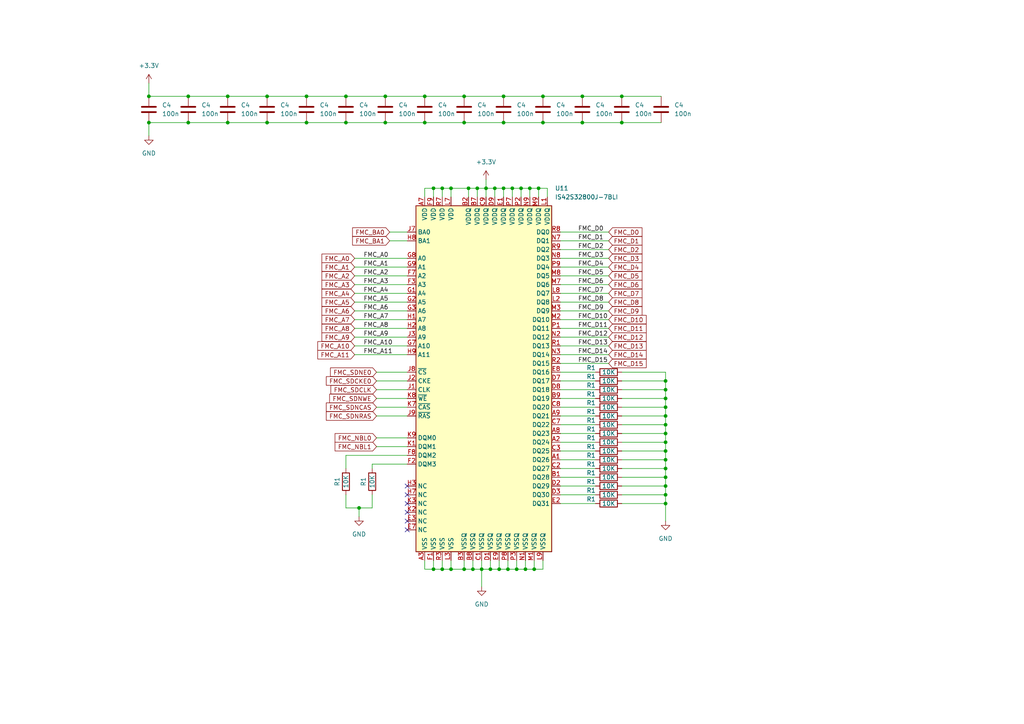
<source format=kicad_sch>
(kicad_sch (version 20230121) (generator eeschema)
  (paper "A4")
  (lib_symbols
    (symbol "Device:C" (pin_numbers hide) (pin_names (offset 0.254))
      (property "Reference" "C" (at 0.635 2.54 0))
      (property "Value" "C" (at 0.635 -2.54 0))
      (symbol "C_0_1"
        (polyline (pts (xy -2.032 -0.762) (xy 2.032 -0.762)) (stroke (width 0.508)))
        (polyline (pts (xy -2.032 0.762) (xy 2.032 0.762)) (stroke (width 0.508)))
      )
      (symbol "C_1_1"
        (pin passive line (at 0 3.81 270) (length 2.794) (name "~") (number "1"))
        (pin passive line (at 0 -3.81 90) (length 2.794) (name "~") (number "2"))
      )
    )
    (symbol "Device:R" (pin_numbers hide) (pin_names (offset 0))
      (property "Reference" "R" (at 2.032 0 90))
      (property "Value" "R" (at 0 0 90))
      (symbol "R_0_1"
        (rectangle (start -1.016 -2.54) (end 1.016 2.54) (stroke (width 0.254)))
      )
      (symbol "R_1_1"
        (pin passive line (at 0 3.81 270) (length 1.27) (name "~") (number "1"))
        (pin passive line (at 0 -3.81 90) (length 1.27) (name "~") (number "2"))
      )
    )
    (symbol "Memory_RAM:IS42S32800J-7BLI"
      (property "Reference" "U" (at -11.43 35.56 0))
      (property "Value" "IS42S32800J-7BLI" (at 1.27 45.72 0))
      (symbol "IS42S32800J-7BLI_1_1"
        (rectangle (start -10.16 33.02) (end 29.21 -67.31) (stroke (width 0.254)) (fill (type background)))
        (pin bidirectional line (at 31.75 -40.64 180) (length 2.54) (name "DQ26") (number "A1"))
        (pin bidirectional line (at 31.75 -35.56 180) (length 2.54) (name "DQ24") (number "A2"))
        (pin input line (at -7.62 -69.85 90) (length 2.54) (name "VSS") (number "A3"))
        (pin input line (at -7.62 35.56 270) (length 2.54) (name "VDD") (number "A7"))
        (pin bidirectional line (at 31.75 -33.02 180) (length 2.54) (name "DQ23") (number "A8"))
        (pin bidirectional line (at 31.75 -27.94 180) (length 2.54) (name "DQ21") (number "A9"))
        (pin bidirectional line (at 31.75 -45.72 180) (length 2.54) (name "DQ28") (number "B1"))
        (pin input line (at 5.08 35.56 270) (length 2.54) (name "VDDQ") (number "B2"))
        (pin input line (at 3.81 -69.85 90) (length 2.54) (name "VSSQ") (number "B3"))
        (pin input line (at 7.62 35.56 270) (length 2.54) (name "VDDQ") (number "B7"))
        (pin input line (at 6.35 -69.85 90) (length 2.54) (name "VSSQ") (number "B8"))
        (pin bidirectional line (at 31.75 -22.86 180) (length 2.54) (name "DQ19") (number "B9"))
        (pin input line (at 8.89 -69.85 90) (length 2.54) (name "VSSQ") (number "C1"))
        (pin bidirectional line (at 31.75 -43.18 180) (length 2.54) (name "DQ27") (number "C2"))
        (pin bidirectional line (at 31.75 -38.1 180) (length 2.54) (name "DQ25") (number "C3"))
        (pin bidirectional line (at 31.75 -30.48 180) (length 2.54) (name "DQ22") (number "C7"))
        (pin bidirectional line (at 31.75 -25.4 180) (length 2.54) (name "DQ20") (number "C8"))
        (pin input line (at 10.16 35.56 270) (length 2.54) (name "VDDQ") (number "C9"))
        (pin input line (at 11.43 -69.85 90) (length 2.54) (name "VSSQ") (number "D1"))
        (pin bidirectional line (at 31.75 -48.26 180) (length 2.54) (name "DQ29") (number "D2"))
        (pin bidirectional line (at 31.75 -50.8 180) (length 2.54) (name "DQ30") (number "D3"))
        (pin bidirectional line (at 31.75 -17.78 180) (length 2.54) (name "DQ17") (number "D7"))
        (pin bidirectional line (at 31.75 -20.32 180) (length 2.54) (name "DQ18") (number "D8"))
        (pin input line (at 12.7 35.56 270) (length 2.54) (name "VDDQ") (number "D9"))
        (pin input line (at 15.24 35.56 270) (length 2.54) (name "VDDQ") (number "E1"))
        (pin bidirectional line (at 31.75 -53.34 180) (length 2.54) (name "DQ31") (number "E2"))
        (pin input line (at -12.7 -58.42 0) (length 2.54) (name "NC") (number "E3"))
        (pin input line (at -12.7 -60.96 0) (length 2.54) (name "NC") (number "E7"))
        (pin bidirectional line (at 31.75 -15.24 180) (length 2.54) (name "DQ16") (number "E8"))
        (pin input line (at 13.97 -69.85 90) (length 2.54) (name "VSSQ") (number "E9"))
        (pin input line (at -5.08 -69.85 90) (length 2.54) (name "VSS") (number "F1"))
        (pin input line (at -12.7 -41.91 0) (length 2.54) (name "DQM3") (number "F2"))
        (pin input line (at -12.7 10.16 0) (length 2.54) (name "A3") (number "F3"))
        (pin input line (at -12.7 12.7 0) (length 2.54) (name "A2") (number "F7"))
        (pin input line (at -12.7 -39.37 0) (length 2.54) (name "DQM2") (number "F8"))
        (pin input line (at -5.08 35.56 270) (length 2.54) (name "VDD") (number "F9"))
        (pin input line (at -12.7 7.62 0) (length 2.54) (name "A4") (number "G1"))
        (pin input line (at -12.7 5.08 0) (length 2.54) (name "A5") (number "G2"))
        (pin input line (at -12.7 2.54 0) (length 2.54) (name "A6") (number "G3"))
        (pin input line (at -12.7 -7.62 0) (length 2.54) (name "A10") (number "G7"))
        (pin input line (at -12.7 17.78 0) (length 2.54) (name "A0") (number "G8"))
        (pin input line (at -12.7 15.24 0) (length 2.54) (name "A1") (number "G9"))
        (pin input line (at -12.7 0 0) (length 2.54) (name "A7") (number "H1"))
        (pin input line (at -12.7 -2.54 0) (length 2.54) (name "A8") (number "H2"))
        (pin input line (at -12.7 -48.26 0) (length 2.54) (name "NC") (number "H3"))
        (pin input line (at -12.7 -50.8 0) (length 2.54) (name "NC") (number "H7"))
        (pin input line (at -12.7 22.86 0) (length 2.54) (name "BA1") (number "H8"))
        (pin input line (at -12.7 -10.16 0) (length 2.54) (name "A11") (number "H9"))
        (pin input line (at -12.7 -20.32 0) (length 2.54) (name "CLK") (number "J1"))
        (pin input line (at -12.7 -17.78 0) (length 2.54) (name "CKE") (number "J2"))
        (pin input line (at -12.7 -5.08 0) (length 2.54) (name "A9") (number "J3"))
        (pin input line (at -12.7 25.4 0) (length 2.54) (name "BA0") (number "J7"))
        (pin input line (at -12.7 -15.24 0) (length 2.54) (name "~{CS}") (number "J8"))
        (pin input line (at -12.7 -27.94 0) (length 2.54) (name "~{RAS}") (number "J9"))
        (pin input line (at -12.7 -36.83 0) (length 2.54) (name "DQM1") (number "K1"))
        (pin input line (at -12.7 -55.88 0) (length 2.54) (name "NC") (number "K2"))
        (pin input line (at -12.7 -53.34 0) (length 2.54) (name "NC") (number "K3"))
        (pin input line (at -12.7 -25.4 0) (length 2.54) (name "~{CAS}") (number "K7"))
        (pin input line (at -12.7 -22.86 0) (length 2.54) (name "~{WE}") (number "K8"))
        (pin input line (at -12.7 -34.29 0) (length 2.54) (name "DQM0") (number "K9"))
        (pin input line (at 27.94 35.56 270) (length 2.54) (name "VDDQ") (number "L1"))
        (pin bidirectional line (at 31.75 5.08 180) (length 2.54) (name "DQ8") (number "L2"))
        (pin input line (at 0 -69.85 90) (length 2.54) (name "VSS") (number "L3"))
        (pin input line (at 0 35.56 270) (length 2.54) (name "VDD") (number "L7"))
        (pin bidirectional line (at 31.75 7.62 180) (length 2.54) (name "DQ7") (number "L8"))
        (pin input line (at 26.67 -69.85 90) (length 2.54) (name "VSSQ") (number "L9"))
        (pin input line (at 24.13 -69.85 90) (length 2.54) (name "VSSQ") (number "M1"))
        (pin bidirectional line (at 31.75 0 180) (length 2.54) (name "DQ10") (number "M2"))
        (pin bidirectional line (at 31.75 2.54 180) (length 2.54) (name "DQ9") (number "M3"))
        (pin bidirectional line (at 31.75 10.16 180) (length 2.54) (name "DQ6") (number "M7"))
        (pin bidirectional line (at 31.75 12.7 180) (length 2.54) (name "DQ5") (number "M8"))
        (pin input line (at 25.4 35.56 270) (length 2.54) (name "VDDQ") (number "M9"))
        (pin input line (at 21.59 -69.85 90) (length 2.54) (name "VSSQ") (number "N1"))
        (pin bidirectional line (at 31.75 -5.08 180) (length 2.54) (name "DQ12") (number "N2"))
        (pin bidirectional line (at 31.75 -10.16 180) (length 2.54) (name "DQ14") (number "N3"))
        (pin bidirectional line (at 31.75 22.86 180) (length 2.54) (name "DQ1") (number "N7"))
        (pin bidirectional line (at 31.75 17.78 180) (length 2.54) (name "DQ3") (number "N8"))
        (pin input line (at 22.86 35.56 270) (length 2.54) (name "VDDQ") (number "N9"))
        (pin bidirectional line (at 31.75 -2.54 180) (length 2.54) (name "DQ11") (number "P1"))
        (pin input line (at 20.32 35.56 270) (length 2.54) (name "VDDQ") (number "P2"))
        (pin input line (at 19.05 -69.85 90) (length 2.54) (name "VSSQ") (number "P3"))
        (pin input line (at 17.78 35.56 270) (length 2.54) (name "VDDQ") (number "P7"))
        (pin input line (at 16.51 -69.85 90) (length 2.54) (name "VSSQ") (number "P8"))
        (pin bidirectional line (at 31.75 15.24 180) (length 2.54) (name "DQ4") (number "P9"))
        (pin bidirectional line (at 31.75 -7.62 180) (length 2.54) (name "DQ13") (number "R1"))
        (pin bidirectional line (at 31.75 -12.7 180) (length 2.54) (name "DQ15") (number "R2"))
        (pin input line (at -2.54 -69.85 90) (length 2.54) (name "VSS") (number "R3"))
        (pin input line (at -2.54 35.56 270) (length 2.54) (name "VDD") (number "R7"))
        (pin bidirectional line (at 31.75 25.4 180) (length 2.54) (name "DQ0") (number "R8"))
        (pin bidirectional line (at 31.75 20.32 180) (length 2.54) (name "DQ2") (number "R9"))
      )
    )
    (symbol "power:+3.3V" (power) (pin_names (offset 0))
      (property "Value" "+3.3V" (at 0 3.556 0))
      (symbol "+3.3V_0_1"
        (polyline (pts (xy -0.762 1.27) (xy 0 2.54)))
        (polyline (pts (xy 0 0) (xy 0 2.54)))
        (polyline (pts (xy 0 2.54) (xy 0.762 1.27)))
      )
      (symbol "+3.3V_1_1"
        (pin power_in line (at 0 0 90) (length 0) hide (name "+3.3V") (number "1"))
      )
    )
    (symbol "power:GND" (power) (pin_names (offset 0))
      (property "Value" "GND" (at 0 -3.81 0))
      (symbol "GND_0_1"
        (polyline (pts (xy 0 0) (xy 0 -1.27) (xy 1.27 -1.27) (xy 0 -2.54) (xy -1.27 -1.27) (xy 0 -1.27)))
      )
      (symbol "GND_1_1"
        (pin power_in line (at 0 0 270) (length 0) hide (name "GND") (number "1"))
      )
    )
  )
  (junction (at 111.76 27.94))
  (junction (at 128.27 165.1))
  (junction (at 168.91 35.56))
  (junction (at 130.81 165.1))
  (junction (at 146.05 35.56))
  (junction (at 193.04 138.43))
  (junction (at 193.04 133.35))
  (junction (at 193.04 125.73))
  (junction (at 134.62 27.94))
  (junction (at 88.9 35.56))
  (junction (at 152.4 165.1))
  (junction (at 134.62 165.1))
  (junction (at 125.73 165.1))
  (junction (at 123.19 35.56))
  (junction (at 66.04 35.56))
  (junction (at 143.51 54.61))
  (junction (at 193.04 115.57))
  (junction (at 77.47 35.56))
  (junction (at 153.67 54.61))
  (junction (at 154.94 165.1))
  (junction (at 193.04 123.19))
  (junction (at 137.16 165.1))
  (junction (at 193.04 128.27))
  (junction (at 104.14 147.32))
  (junction (at 139.7 165.1))
  (junction (at 157.48 27.94))
  (junction (at 140.97 54.61))
  (junction (at 100.33 35.56))
  (junction (at 147.32 165.1))
  (junction (at 125.73 54.61))
  (junction (at 100.33 27.94))
  (junction (at 138.43 54.61))
  (junction (at 123.19 27.94))
  (junction (at 111.76 35.56))
  (junction (at 193.04 110.49))
  (junction (at 43.18 27.94))
  (junction (at 43.18 35.56))
  (junction (at 193.04 146.05))
  (junction (at 146.05 54.61))
  (junction (at 180.34 35.56))
  (junction (at 77.47 27.94))
  (junction (at 54.61 35.56))
  (junction (at 134.62 35.56))
  (junction (at 148.59 54.61))
  (junction (at 146.05 27.94))
  (junction (at 135.89 54.61))
  (junction (at 193.04 113.03))
  (junction (at 193.04 143.51))
  (junction (at 156.21 54.61))
  (junction (at 168.91 27.94))
  (junction (at 193.04 118.11))
  (junction (at 128.27 54.61))
  (junction (at 54.61 27.94))
  (junction (at 180.34 27.94))
  (junction (at 151.13 54.61))
  (junction (at 193.04 130.81))
  (junction (at 149.86 165.1))
  (junction (at 157.48 35.56))
  (junction (at 193.04 120.65))
  (junction (at 130.81 54.61))
  (junction (at 193.04 135.89))
  (junction (at 142.24 165.1))
  (junction (at 88.9 27.94))
  (junction (at 66.04 27.94))
  (junction (at 144.78 165.1))
  (junction (at 193.04 140.97))
  (no_connect (at 118.11 143.51))
  (no_connect (at 118.11 153.67))
  (no_connect (at 118.11 140.97))
  (no_connect (at 118.11 148.59))
  (no_connect (at 118.11 151.13))
  (no_connect (at 118.11 146.05))
  (wire (pts (xy 104.14 147.32) (xy 104.14 149.86)))
  (wire (pts (xy 193.04 118.11) (xy 193.04 120.65)))
  (wire (pts (xy 77.47 27.94) (xy 88.9 27.94)))
  (wire (pts (xy 146.05 54.61) (xy 143.51 54.61)))
  (wire (pts (xy 128.27 165.1) (xy 125.73 165.1)))
  (wire (pts (xy 193.04 107.95) (xy 193.04 110.49)))
  (wire (pts (xy 180.34 133.35) (xy 193.04 133.35)))
  (wire (pts (xy 180.34 118.11) (xy 193.04 118.11)))
  (wire (pts (xy 109.22 113.03) (xy 118.11 113.03)))
  (wire (pts (xy 180.34 110.49) (xy 193.04 110.49)))
  (wire (pts (xy 162.56 140.97) (xy 172.72 140.97)))
  (wire (pts (xy 162.56 125.73) (xy 172.72 125.73)))
  (wire (pts (xy 157.48 165.1) (xy 154.94 165.1)))
  (wire (pts (xy 109.22 127) (xy 118.11 127)))
  (wire (pts (xy 109.22 110.49) (xy 118.11 110.49)))
  (wire (pts (xy 130.81 162.56) (xy 130.81 165.1)))
  (wire (pts (xy 193.04 123.19) (xy 193.04 125.73)))
  (wire (pts (xy 135.89 54.61) (xy 130.81 54.61)))
  (wire (pts (xy 109.22 115.57) (xy 118.11 115.57)))
  (wire (pts (xy 43.18 27.94) (xy 54.61 27.94)))
  (wire (pts (xy 142.24 165.1) (xy 139.7 165.1)))
  (wire (pts (xy 162.56 133.35) (xy 172.72 133.35)))
  (wire (pts (xy 193.04 130.81) (xy 193.04 133.35)))
  (wire (pts (xy 151.13 54.61) (xy 148.59 54.61)))
  (wire (pts (xy 193.04 140.97) (xy 193.04 143.51)))
  (wire (pts (xy 193.04 133.35) (xy 193.04 135.89)))
  (wire (pts (xy 138.43 57.15) (xy 138.43 54.61)))
  (wire (pts (xy 107.95 147.32) (xy 107.95 143.51)))
  (wire (pts (xy 180.34 140.97) (xy 193.04 140.97)))
  (wire (pts (xy 193.04 125.73) (xy 193.04 128.27)))
  (wire (pts (xy 193.04 146.05) (xy 193.04 151.13)))
  (wire (pts (xy 43.18 35.56) (xy 43.18 39.37)))
  (wire (pts (xy 137.16 162.56) (xy 137.16 165.1)))
  (wire (pts (xy 54.61 35.56) (xy 66.04 35.56)))
  (wire (pts (xy 162.56 120.65) (xy 172.72 120.65)))
  (wire (pts (xy 134.62 162.56) (xy 134.62 165.1)))
  (wire (pts (xy 102.87 80.01) (xy 118.11 80.01)))
  (wire (pts (xy 113.03 67.31) (xy 118.11 67.31)))
  (wire (pts (xy 180.34 123.19) (xy 193.04 123.19)))
  (wire (pts (xy 152.4 165.1) (xy 149.86 165.1)))
  (wire (pts (xy 162.56 74.93) (xy 176.53 74.93)))
  (wire (pts (xy 100.33 27.94) (xy 111.76 27.94)))
  (wire (pts (xy 162.56 102.87) (xy 176.53 102.87)))
  (wire (pts (xy 102.87 82.55) (xy 118.11 82.55)))
  (wire (pts (xy 180.34 107.95) (xy 193.04 107.95)))
  (wire (pts (xy 135.89 57.15) (xy 135.89 54.61)))
  (wire (pts (xy 144.78 165.1) (xy 142.24 165.1)))
  (wire (pts (xy 180.34 120.65) (xy 193.04 120.65)))
  (wire (pts (xy 147.32 165.1) (xy 144.78 165.1)))
  (wire (pts (xy 149.86 162.56) (xy 149.86 165.1)))
  (wire (pts (xy 140.97 52.07) (xy 140.97 54.61)))
  (wire (pts (xy 77.47 35.56) (xy 88.9 35.56)))
  (wire (pts (xy 111.76 27.94) (xy 123.19 27.94)))
  (wire (pts (xy 162.56 69.85) (xy 176.53 69.85)))
  (wire (pts (xy 193.04 115.57) (xy 193.04 118.11)))
  (wire (pts (xy 100.33 132.08) (xy 100.33 135.89)))
  (wire (pts (xy 102.87 102.87) (xy 118.11 102.87)))
  (wire (pts (xy 180.34 135.89) (xy 193.04 135.89)))
  (wire (pts (xy 139.7 165.1) (xy 139.7 170.18)))
  (wire (pts (xy 88.9 35.56) (xy 100.33 35.56)))
  (wire (pts (xy 153.67 57.15) (xy 153.67 54.61)))
  (wire (pts (xy 162.56 107.95) (xy 172.72 107.95)))
  (wire (pts (xy 162.56 113.03) (xy 172.72 113.03)))
  (wire (pts (xy 123.19 54.61) (xy 125.73 54.61)))
  (wire (pts (xy 102.87 87.63) (xy 118.11 87.63)))
  (wire (pts (xy 100.33 147.32) (xy 104.14 147.32)))
  (wire (pts (xy 168.91 27.94) (xy 180.34 27.94)))
  (wire (pts (xy 162.56 82.55) (xy 176.53 82.55)))
  (wire (pts (xy 109.22 107.95) (xy 118.11 107.95)))
  (wire (pts (xy 102.87 92.71) (xy 118.11 92.71)))
  (wire (pts (xy 66.04 27.94) (xy 77.47 27.94)))
  (wire (pts (xy 154.94 165.1) (xy 152.4 165.1)))
  (wire (pts (xy 152.4 162.56) (xy 152.4 165.1)))
  (wire (pts (xy 153.67 54.61) (xy 151.13 54.61)))
  (wire (pts (xy 154.94 162.56) (xy 154.94 165.1)))
  (wire (pts (xy 118.11 132.08) (xy 100.33 132.08)))
  (wire (pts (xy 137.16 165.1) (xy 134.62 165.1)))
  (wire (pts (xy 158.75 57.15) (xy 158.75 54.61)))
  (wire (pts (xy 146.05 57.15) (xy 146.05 54.61)))
  (wire (pts (xy 144.78 162.56) (xy 144.78 165.1)))
  (wire (pts (xy 111.76 35.56) (xy 123.19 35.56)))
  (wire (pts (xy 180.34 125.73) (xy 193.04 125.73)))
  (wire (pts (xy 162.56 135.89) (xy 172.72 135.89)))
  (wire (pts (xy 193.04 120.65) (xy 193.04 123.19)))
  (wire (pts (xy 162.56 130.81) (xy 172.72 130.81)))
  (wire (pts (xy 193.04 113.03) (xy 193.04 115.57)))
  (wire (pts (xy 102.87 100.33) (xy 118.11 100.33)))
  (wire (pts (xy 180.34 128.27) (xy 193.04 128.27)))
  (wire (pts (xy 148.59 57.15) (xy 148.59 54.61)))
  (wire (pts (xy 139.7 165.1) (xy 137.16 165.1)))
  (wire (pts (xy 180.34 115.57) (xy 193.04 115.57)))
  (wire (pts (xy 162.56 146.05) (xy 172.72 146.05)))
  (wire (pts (xy 102.87 74.93) (xy 118.11 74.93)))
  (wire (pts (xy 140.97 54.61) (xy 138.43 54.61)))
  (wire (pts (xy 123.19 165.1) (xy 125.73 165.1)))
  (wire (pts (xy 180.34 35.56) (xy 191.77 35.56)))
  (wire (pts (xy 134.62 165.1) (xy 130.81 165.1)))
  (wire (pts (xy 162.56 100.33) (xy 176.53 100.33)))
  (wire (pts (xy 156.21 54.61) (xy 153.67 54.61)))
  (wire (pts (xy 162.56 138.43) (xy 172.72 138.43)))
  (wire (pts (xy 162.56 92.71) (xy 176.53 92.71)))
  (wire (pts (xy 100.33 143.51) (xy 100.33 147.32)))
  (wire (pts (xy 162.56 67.31) (xy 176.53 67.31)))
  (wire (pts (xy 130.81 165.1) (xy 128.27 165.1)))
  (wire (pts (xy 180.34 138.43) (xy 193.04 138.43)))
  (wire (pts (xy 143.51 57.15) (xy 143.51 54.61)))
  (wire (pts (xy 180.34 143.51) (xy 193.04 143.51)))
  (wire (pts (xy 66.04 35.56) (xy 77.47 35.56)))
  (wire (pts (xy 138.43 54.61) (xy 135.89 54.61)))
  (wire (pts (xy 162.56 128.27) (xy 172.72 128.27)))
  (wire (pts (xy 162.56 95.25) (xy 176.53 95.25)))
  (wire (pts (xy 102.87 97.79) (xy 118.11 97.79)))
  (wire (pts (xy 134.62 35.56) (xy 146.05 35.56)))
  (wire (pts (xy 140.97 57.15) (xy 140.97 54.61)))
  (wire (pts (xy 162.56 105.41) (xy 176.53 105.41)))
  (wire (pts (xy 148.59 54.61) (xy 146.05 54.61)))
  (wire (pts (xy 162.56 77.47) (xy 176.53 77.47)))
  (wire (pts (xy 157.48 27.94) (xy 168.91 27.94)))
  (wire (pts (xy 193.04 135.89) (xy 193.04 138.43)))
  (wire (pts (xy 113.03 69.85) (xy 118.11 69.85)))
  (wire (pts (xy 102.87 95.25) (xy 118.11 95.25)))
  (wire (pts (xy 125.73 54.61) (xy 125.73 57.15)))
  (wire (pts (xy 149.86 165.1) (xy 147.32 165.1)))
  (wire (pts (xy 125.73 165.1) (xy 125.73 162.56)))
  (wire (pts (xy 109.22 118.11) (xy 118.11 118.11)))
  (wire (pts (xy 130.81 57.15) (xy 130.81 54.61)))
  (wire (pts (xy 147.32 162.56) (xy 147.32 165.1)))
  (wire (pts (xy 157.48 162.56) (xy 157.48 165.1)))
  (wire (pts (xy 162.56 85.09) (xy 176.53 85.09)))
  (wire (pts (xy 180.34 113.03) (xy 193.04 113.03)))
  (wire (pts (xy 162.56 110.49) (xy 172.72 110.49)))
  (wire (pts (xy 123.19 57.15) (xy 123.19 54.61)))
  (wire (pts (xy 162.56 97.79) (xy 176.53 97.79)))
  (wire (pts (xy 162.56 90.17) (xy 176.53 90.17)))
  (wire (pts (xy 156.21 57.15) (xy 156.21 54.61)))
  (wire (pts (xy 158.75 54.61) (xy 156.21 54.61)))
  (wire (pts (xy 109.22 129.54) (xy 118.11 129.54)))
  (wire (pts (xy 128.27 57.15) (xy 128.27 54.61)))
  (wire (pts (xy 123.19 35.56) (xy 134.62 35.56)))
  (wire (pts (xy 142.24 162.56) (xy 142.24 165.1)))
  (wire (pts (xy 162.56 123.19) (xy 172.72 123.19)))
  (wire (pts (xy 162.56 72.39) (xy 176.53 72.39)))
  (wire (pts (xy 102.87 90.17) (xy 118.11 90.17)))
  (wire (pts (xy 54.61 27.94) (xy 66.04 27.94)))
  (wire (pts (xy 123.19 162.56) (xy 123.19 165.1)))
  (wire (pts (xy 193.04 128.27) (xy 193.04 130.81)))
  (wire (pts (xy 100.33 35.56) (xy 111.76 35.56)))
  (wire (pts (xy 193.04 138.43) (xy 193.04 140.97)))
  (wire (pts (xy 128.27 162.56) (xy 128.27 165.1)))
  (wire (pts (xy 130.81 54.61) (xy 128.27 54.61)))
  (wire (pts (xy 109.22 120.65) (xy 118.11 120.65)))
  (wire (pts (xy 107.95 134.62) (xy 118.11 134.62)))
  (wire (pts (xy 146.05 27.94) (xy 157.48 27.94)))
  (wire (pts (xy 104.14 147.32) (xy 107.95 147.32)))
  (wire (pts (xy 193.04 110.49) (xy 193.04 113.03)))
  (wire (pts (xy 43.18 35.56) (xy 54.61 35.56)))
  (wire (pts (xy 162.56 143.51) (xy 172.72 143.51)))
  (wire (pts (xy 162.56 115.57) (xy 172.72 115.57)))
  (wire (pts (xy 102.87 77.47) (xy 118.11 77.47)))
  (wire (pts (xy 134.62 27.94) (xy 146.05 27.94)))
  (wire (pts (xy 102.87 85.09) (xy 118.11 85.09)))
  (wire (pts (xy 180.34 130.81) (xy 193.04 130.81)))
  (wire (pts (xy 162.56 118.11) (xy 172.72 118.11)))
  (wire (pts (xy 88.9 27.94) (xy 100.33 27.94)))
  (wire (pts (xy 180.34 146.05) (xy 193.04 146.05)))
  (wire (pts (xy 151.13 57.15) (xy 151.13 54.61)))
  (wire (pts (xy 123.19 27.94) (xy 134.62 27.94)))
  (wire (pts (xy 162.56 80.01) (xy 176.53 80.01)))
  (wire (pts (xy 43.18 24.13) (xy 43.18 27.94)))
  (wire (pts (xy 193.04 143.51) (xy 193.04 146.05)))
  (wire (pts (xy 107.95 135.89) (xy 107.95 134.62)))
  (wire (pts (xy 168.91 35.56) (xy 180.34 35.56)))
  (wire (pts (xy 143.51 54.61) (xy 140.97 54.61)))
  (wire (pts (xy 146.05 35.56) (xy 157.48 35.56)))
  (wire (pts (xy 180.34 27.94) (xy 191.77 27.94)))
  (wire (pts (xy 162.56 87.63) (xy 176.53 87.63)))
  (wire (pts (xy 128.27 54.61) (xy 125.73 54.61)))
  (wire (pts (xy 139.7 162.56) (xy 139.7 165.1)))
  (wire (pts (xy 157.48 35.56) (xy 168.91 35.56)))
  (label "FMC_D0" (at 167.64 67.31 0))
  (label "FMC_A5" (at 105.41 87.63 0))
  (label "FMC_D8" (at 167.64 87.63 0))
  (label "FMC_A1" (at 105.41 77.47 0))
  (label "FMC_D11" (at 167.64 95.25 0))
  (label "FMC_D12" (at 167.64 97.79 0))
  (label "FMC_D6" (at 167.64 82.55 0))
  (label "FMC_A8" (at 105.41 95.25 0))
  (label "FMC_D3" (at 167.64 74.93 0))
  (label "FMC_A2" (at 105.41 80.01 0))
  (label "FMC_A4" (at 105.41 85.09 0))
  (label "FMC_D9" (at 167.64 90.17 0))
  (label "FMC_D5" (at 167.64 80.01 0))
  (label "FMC_A7" (at 105.41 92.71 0))
  (label "FMC_A11" (at 105.41 102.87 0))
  (label "FMC_A10" (at 105.41 100.33 0))
  (label "FMC_A9" (at 105.41 97.79 0))
  (label "FMC_D15" (at 167.64 105.41 0))
  (label "FMC_A3" (at 105.41 82.55 0))
  (label "FMC_D10" (at 167.64 92.71 0))
  (label "FMC_D13" (at 167.64 100.33 0))
  (label "FMC_A6" (at 105.41 90.17 0))
  (label "FMC_D2" (at 167.64 72.39 0))
  (label "FMC_D7" (at 167.64 85.09 0))
  (label "FMC_D1" (at 167.64 69.85 0))
  (label "FMC_D4" (at 167.64 77.47 0))
  (label "FMC_A0" (at 105.41 74.93 0))
  (label "FMC_D14" (at 167.64 102.87 0))
  (global_label "FMC_D11" (shape input) (at 176.53 95.25 0) (property "Intersheetrefs" "${INTERSHEET_REFS}" (effects hide)))
  (global_label "FMC_A0" (shape input) (at 102.87 74.93 180) (property "Intersheetrefs" "${INTERSHEET_REFS}" (effects hide)))
  (global_label "FMC_SDCKE0" (shape input) (at 109.22 110.49 180) (property "Intersheetrefs" "${INTERSHEET_REFS}" (effects hide)))
  (global_label "FMC_D2" (shape input) (at 176.53 72.39 0) (property "Intersheetrefs" "${INTERSHEET_REFS}" (effects hide)))
  (global_label "FMC_NBL0" (shape input) (at 109.22 127 180) (property "Intersheetrefs" "${INTERSHEET_REFS}" (effects hide)))
  (global_label "FMC_D8" (shape input) (at 176.53 87.63 0) (property "Intersheetrefs" "${INTERSHEET_REFS}" (effects hide)))
  (global_label "FMC_D7" (shape input) (at 176.53 85.09 0) (property "Intersheetrefs" "${INTERSHEET_REFS}" (effects hide)))
  (global_label "FMC_A2" (shape input) (at 102.87 80.01 180) (property "Intersheetrefs" "${INTERSHEET_REFS}" (effects hide)))
  (global_label "FMC_A9" (shape input) (at 102.87 97.79 180) (property "Intersheetrefs" "${INTERSHEET_REFS}" (effects hide)))
  (global_label "FMC_D10" (shape input) (at 176.53 92.71 0) (property "Intersheetrefs" "${INTERSHEET_REFS}" (effects hide)))
  (global_label "FMC_A1" (shape input) (at 102.87 77.47 180) (property "Intersheetrefs" "${INTERSHEET_REFS}" (effects hide)))
  (global_label "FMC_D9" (shape input) (at 176.53 90.17 0) (property "Intersheetrefs" "${INTERSHEET_REFS}" (effects hide)))
  (global_label "FMC_D14" (shape input) (at 176.53 102.87 0) (property "Intersheetrefs" "${INTERSHEET_REFS}" (effects hide)))
  (global_label "FMC_SDNWE" (shape input) (at 109.22 115.57 180) (property "Intersheetrefs" "${INTERSHEET_REFS}" (effects hide)))
  (global_label "FMC_A8" (shape input) (at 102.87 95.25 180) (property "Intersheetrefs" "${INTERSHEET_REFS}" (effects hide)))
  (global_label "FMC_A3" (shape input) (at 102.87 82.55 180) (property "Intersheetrefs" "${INTERSHEET_REFS}" (effects hide)))
  (global_label "FMC_D13" (shape input) (at 176.53 100.33 0) (property "Intersheetrefs" "${INTERSHEET_REFS}" (effects hide)))
  (global_label "FMC_A11" (shape input) (at 102.87 102.87 180) (property "Intersheetrefs" "${INTERSHEET_REFS}" (effects hide)))
  (global_label "FMC_D0" (shape input) (at 176.53 67.31 0) (property "Intersheetrefs" "${INTERSHEET_REFS}" (effects hide)))
  (global_label "FMC_BA0" (shape input) (at 113.03 67.31 180) (property "Intersheetrefs" "${INTERSHEET_REFS}" (effects hide)))
  (global_label "FMC_D12" (shape input) (at 176.53 97.79 0) (property "Intersheetrefs" "${INTERSHEET_REFS}" (effects hide)))
  (global_label "FMC_A5" (shape input) (at 102.87 87.63 180) (property "Intersheetrefs" "${INTERSHEET_REFS}" (effects hide)))
  (global_label "FMC_SDCLK" (shape input) (at 109.22 113.03 180) (property "Intersheetrefs" "${INTERSHEET_REFS}" (effects hide)))
  (global_label "FMC_D1" (shape input) (at 176.53 69.85 0) (property "Intersheetrefs" "${INTERSHEET_REFS}" (effects hide)))
  (global_label "FMC_NBL1" (shape input) (at 109.22 129.54 180) (property "Intersheetrefs" "${INTERSHEET_REFS}" (effects hide)))
  (global_label "FMC_SDNRAS" (shape input) (at 109.22 120.65 180) (property "Intersheetrefs" "${INTERSHEET_REFS}" (effects hide)))
  (global_label "FMC_D5" (shape input) (at 176.53 80.01 0) (property "Intersheetrefs" "${INTERSHEET_REFS}" (effects hide)))
  (global_label "FMC_A6" (shape input) (at 102.87 90.17 180) (property "Intersheetrefs" "${INTERSHEET_REFS}" (effects hide)))
  (global_label "FMC_D15" (shape input) (at 176.53 105.41 0) (property "Intersheetrefs" "${INTERSHEET_REFS}" (effects hide)))
  (global_label "FMC_SDNE0" (shape input) (at 109.22 107.95 180) (property "Intersheetrefs" "${INTERSHEET_REFS}" (effects hide)))
  (global_label "FMC_A4" (shape input) (at 102.87 85.09 180) (property "Intersheetrefs" "${INTERSHEET_REFS}" (effects hide)))
  (global_label "FMC_D4" (shape input) (at 176.53 77.47 0) (property "Intersheetrefs" "${INTERSHEET_REFS}" (effects hide)))
  (global_label "FMC_A10" (shape input) (at 102.87 100.33 180) (property "Intersheetrefs" "${INTERSHEET_REFS}" (effects hide)))
  (global_label "FMC_A7" (shape input) (at 102.87 92.71 180) (property "Intersheetrefs" "${INTERSHEET_REFS}" (effects hide)))
  (global_label "FMC_D3" (shape input) (at 176.53 74.93 0) (property "Intersheetrefs" "${INTERSHEET_REFS}" (effects hide)))
  (global_label "FMC_BA1" (shape input) (at 113.03 69.85 180) (property "Intersheetrefs" "${INTERSHEET_REFS}" (effects hide)))
  (global_label "FMC_D6" (shape input) (at 176.53 82.55 0) (property "Intersheetrefs" "${INTERSHEET_REFS}" (effects hide)))
  (global_label "FMC_SDNCAS" (shape input) (at 109.22 118.11 180) (property "Intersheetrefs" "${INTERSHEET_REFS}" (effects hide)))
  (symbol (lib_id "power:GND") (at 43.18 39.37 0) (unit 1)
    (property "Reference" "#PWR077" (effects hide))
    (property "Value" "GND" (at 43.18 44.45 0))
  )
  (symbol (lib_id "power:GND") (at 139.7 170.18 0) (unit 1)
    (property "Reference" "#PWR073" (effects hide))
    (property "Value" "GND" (at 139.7 175.26 0))
  )
  (symbol (lib_id "Device:R") (at 176.53 135.89 90) (unit 1)
    (property "Reference" "R1" (at 171.45 134.62 90))
    (property "Value" "10K" (at 176.53 135.89 90))
    (property "Footprint" "Resistor_SMD:R_0402_1005Metric" (effects hide))
    (property "Datasheet" "https://www.lcsc.com/product-detail/Chip-Resistor-Surface-Mount_TyoHM-RMC040210KFN_C269674.html" (effects hide))
    (instances (project "stm32f745-eth-can-sdram" (path "" (reference "R1") (unit 1)) (path "" (reference "R1") (unit 1)) (path "" (reference "R31") (unit 1)) (path "" (reference "R62") (unit 1))))
  )
  (symbol (lib_id "Device:R") (at 176.53 113.03 90) (unit 1)
    (property "Reference" "R1" (at 171.45 111.76 90))
    (property "Value" "10K" (at 176.53 113.03 90))
    (property "Footprint" "Resistor_SMD:R_0402_1005Metric" (effects hide))
    (property "Datasheet" "https://www.lcsc.com/product-detail/Chip-Resistor-Surface-Mount_TyoHM-RMC040210KFN_C269674.html" (effects hide))
    (instances (project "stm32f745-eth-can-sdram" (path "" (reference "R1") (unit 1)) (path "" (reference "R1") (unit 1)) (path "" (reference "R31") (unit 1)) (path "" (reference "R53") (unit 1))))
  )
  (symbol (lib_id "power:GND") (at 104.14 149.86 0) (unit 1)
    (property "Reference" "#PWR076" (effects hide))
    (property "Value" "GND" (at 104.14 154.94 0))
  )
  (symbol (lib_id "Device:R") (at 176.53 115.57 90) (unit 1)
    (property "Reference" "R1" (at 171.45 114.3 90))
    (property "Value" "10K" (at 176.53 115.57 90))
    (property "Footprint" "Resistor_SMD:R_0402_1005Metric" (effects hide))
    (property "Datasheet" "https://www.lcsc.com/product-detail/Chip-Resistor-Surface-Mount_TyoHM-RMC040210KFN_C269674.html" (effects hide))
    (instances (project "stm32f745-eth-can-sdram" (path "" (reference "R1") (unit 1)) (path "" (reference "R1") (unit 1)) (path "" (reference "R31") (unit 1)) (path "" (reference "R54") (unit 1))))
  )
  (symbol (lib_id "Device:R") (at 176.53 138.43 90) (unit 1)
    (property "Reference" "R1" (at 171.45 137.16 90))
    (property "Value" "10K" (at 176.53 138.43 90))
    (property "Footprint" "Resistor_SMD:R_0402_1005Metric" (effects hide))
    (property "Datasheet" "https://www.lcsc.com/product-detail/Chip-Resistor-Surface-Mount_TyoHM-RMC040210KFN_C269674.html" (effects hide))
    (instances (project "stm32f745-eth-can-sdram" (path "" (reference "R1") (unit 1)) (path "" (reference "R1") (unit 1)) (path "" (reference "R31") (unit 1)) (path "" (reference "R63") (unit 1))))
  )
  (symbol (lib_id "Device:C") (at 146.05 31.75 0) (unit 1)
    (property "Reference" "C4" (at 149.86 30.48 0) (effects (justify left)))
    (property "Value" "100n" (at 149.86 33.02 0) (effects (justify left)))
    (property "Footprint" "Capacitor_SMD:C_0402_1005Metric" (effects hide))
    (instances (project "stm32f745-eth-can-sdram" (path "" (reference "C4") (unit 1)) (path "" (reference "C20") (unit 1)) (path "" (reference "C86") (unit 1))))
  )
  (symbol (lib_id "Device:C") (at 54.61 31.75 0) (unit 1)
    (property "Reference" "C4" (at 58.42 30.48 0) (effects (justify left)))
    (property "Value" "100n" (at 58.42 33.02 0) (effects (justify left)))
    (property "Footprint" "Capacitor_SMD:C_0402_1005Metric" (effects hide))
    (instances (project "stm32f745-eth-can-sdram" (path "" (reference "C4") (unit 1)) (path "" (reference "C20") (unit 1)) (path "" (reference "C78") (unit 1))))
  )
  (symbol (lib_id "Device:C") (at 43.18 31.75 0) (unit 1)
    (property "Reference" "C4" (at 46.99 30.48 0) (effects (justify left)))
    (property "Value" "100n" (at 46.99 33.02 0) (effects (justify left)))
    (property "Footprint" "Capacitor_SMD:C_0402_1005Metric" (effects hide))
    (instances (project "stm32f745-eth-can-sdram" (path "" (reference "C4") (unit 1)) (path "" (reference "C20") (unit 1)) (path "" (reference "C77") (unit 1))))
  )
  (symbol (lib_id "Device:C") (at 88.9 31.75 0) (unit 1)
    (property "Reference" "C4" (at 92.71 30.48 0) (effects (justify left)))
    (property "Value" "100n" (at 92.71 33.02 0) (effects (justify left)))
    (property "Footprint" "Capacitor_SMD:C_0402_1005Metric" (effects hide))
    (instances (project "stm32f745-eth-can-sdram" (path "" (reference "C4") (unit 1)) (path "" (reference "C20") (unit 1)) (path "" (reference "C81") (unit 1))))
  )
  (symbol (lib_id "Device:R") (at 176.53 130.81 90) (unit 1)
    (property "Reference" "R1" (at 171.45 129.54 90))
    (property "Value" "10K" (at 176.53 130.81 90))
    (property "Footprint" "Resistor_SMD:R_0402_1005Metric" (effects hide))
    (property "Datasheet" "https://www.lcsc.com/product-detail/Chip-Resistor-Surface-Mount_TyoHM-RMC040210KFN_C269674.html" (effects hide))
    (instances (project "stm32f745-eth-can-sdram" (path "" (reference "R1") (unit 1)) (path "" (reference "R1") (unit 1)) (path "" (reference "R31") (unit 1)) (path "" (reference "R60") (unit 1))))
  )
  (symbol (lib_id "Device:C") (at 157.48 31.75 0) (unit 1)
    (property "Reference" "C4" (at 161.29 30.48 0) (effects (justify left)))
    (property "Value" "100n" (at 161.29 33.02 0) (effects (justify left)))
    (property "Footprint" "Capacitor_SMD:C_0402_1005Metric" (effects hide))
    (instances (project "stm32f745-eth-can-sdram" (path "" (reference "C4") (unit 1)) (path "" (reference "C20") (unit 1)) (path "" (reference "C87") (unit 1))))
  )
  (symbol (lib_id "Device:R") (at 176.53 146.05 90) (unit 1)
    (property "Reference" "R1" (at 171.45 144.78 90))
    (property "Value" "10K" (at 176.53 146.05 90))
    (property "Footprint" "Resistor_SMD:R_0402_1005Metric" (effects hide))
    (property "Datasheet" "https://www.lcsc.com/product-detail/Chip-Resistor-Surface-Mount_TyoHM-RMC040210KFN_C269674.html" (effects hide))
    (instances (project "stm32f745-eth-can-sdram" (path "" (reference "R1") (unit 1)) (path "" (reference "R1") (unit 1)) (path "" (reference "R31") (unit 1)) (path "" (reference "R66") (unit 1))))
  )
  (symbol (lib_id "Device:R") (at 176.53 143.51 90) (unit 1)
    (property "Reference" "R1" (at 171.45 142.24 90))
    (property "Value" "10K" (at 176.53 143.51 90))
    (property "Footprint" "Resistor_SMD:R_0402_1005Metric" (effects hide))
    (property "Datasheet" "https://www.lcsc.com/product-detail/Chip-Resistor-Surface-Mount_TyoHM-RMC040210KFN_C269674.html" (effects hide))
    (instances (project "stm32f745-eth-can-sdram" (path "" (reference "R1") (unit 1)) (path "" (reference "R1") (unit 1)) (path "" (reference "R31") (unit 1)) (path "" (reference "R65") (unit 1))))
  )
  (symbol (lib_id "Device:C") (at 77.47 31.75 0) (unit 1)
    (property "Reference" "C4" (at 81.28 30.48 0) (effects (justify left)))
    (property "Value" "100n" (at 81.28 33.02 0) (effects (justify left)))
    (property "Footprint" "Capacitor_SMD:C_0402_1005Metric" (effects hide))
    (instances (project "stm32f745-eth-can-sdram" (path "" (reference "C4") (unit 1)) (path "" (reference "C20") (unit 1)) (path "" (reference "C80") (unit 1))))
  )
  (symbol (lib_id "Device:R") (at 176.53 107.95 90) (unit 1)
    (property "Reference" "R1" (at 171.45 106.68 90))
    (property "Value" "10K" (at 176.53 107.95 90))
    (property "Footprint" "Resistor_SMD:R_0402_1005Metric" (effects hide))
    (property "Datasheet" "https://www.lcsc.com/product-detail/Chip-Resistor-Surface-Mount_TyoHM-RMC040210KFN_C269674.html" (effects hide))
    (instances (project "stm32f745-eth-can-sdram" (path "" (reference "R1") (unit 1)) (path "" (reference "R1") (unit 1)) (path "" (reference "R31") (unit 1)) (path "" (reference "R51") (unit 1))))
  )
  (symbol (lib_id "Device:R") (at 176.53 133.35 90) (unit 1)
    (property "Reference" "R1" (at 171.45 132.08 90))
    (property "Value" "10K" (at 176.53 133.35 90))
    (property "Footprint" "Resistor_SMD:R_0402_1005Metric" (effects hide))
    (property "Datasheet" "https://www.lcsc.com/product-detail/Chip-Resistor-Surface-Mount_TyoHM-RMC040210KFN_C269674.html" (effects hide))
    (instances (project "stm32f745-eth-can-sdram" (path "" (reference "R1") (unit 1)) (path "" (reference "R1") (unit 1)) (path "" (reference "R31") (unit 1)) (path "" (reference "R61") (unit 1))))
  )
  (symbol (lib_id "Device:C") (at 180.34 31.75 0) (unit 1)
    (property "Reference" "C4" (at 184.15 30.48 0) (effects (justify left)))
    (property "Value" "100n" (at 184.15 33.02 0) (effects (justify left)))
    (property "Footprint" "Capacitor_SMD:C_0402_1005Metric" (effects hide))
    (instances (project "stm32f745-eth-can-sdram" (path "" (reference "C4") (unit 1)) (path "" (reference "C20") (unit 1)) (path "" (reference "C89") (unit 1))))
  )
  (symbol (lib_id "Device:C") (at 123.19 31.75 0) (unit 1)
    (property "Reference" "C4" (at 127 30.48 0) (effects (justify left)))
    (property "Value" "100n" (at 127 33.02 0) (effects (justify left)))
    (property "Footprint" "Capacitor_SMD:C_0402_1005Metric" (effects hide))
    (instances (project "stm32f745-eth-can-sdram" (path "" (reference "C4") (unit 1)) (path "" (reference "C20") (unit 1)) (path "" (reference "C84") (unit 1))))
  )
  (symbol (lib_id "Device:C") (at 100.33 31.75 0) (unit 1)
    (property "Reference" "C4" (at 104.14 30.48 0) (effects (justify left)))
    (property "Value" "100n" (at 104.14 33.02 0) (effects (justify left)))
    (property "Footprint" "Capacitor_SMD:C_0402_1005Metric" (effects hide))
    (instances (project "stm32f745-eth-can-sdram" (path "" (reference "C4") (unit 1)) (path "" (reference "C20") (unit 1)) (path "" (reference "C82") (unit 1))))
  )
  (symbol (lib_id "power:+3.3V") (at 140.97 52.07 0) (unit 1)
    (property "Reference" "#PWR074" (effects hide))
    (property "Value" "+3.3V" (at 140.97 46.99 0))
  )
  (symbol (lib_id "Device:R") (at 176.53 120.65 90) (unit 1)
    (property "Reference" "R1" (at 171.45 119.38 90))
    (property "Value" "10K" (at 176.53 120.65 90))
    (property "Footprint" "Resistor_SMD:R_0402_1005Metric" (effects hide))
    (property "Datasheet" "https://www.lcsc.com/product-detail/Chip-Resistor-Surface-Mount_TyoHM-RMC040210KFN_C269674.html" (effects hide))
    (instances (project "stm32f745-eth-can-sdram" (path "" (reference "R1") (unit 1)) (path "" (reference "R1") (unit 1)) (path "" (reference "R31") (unit 1)) (path "" (reference "R56") (unit 1))))
  )
  (symbol (lib_id "Device:R") (at 100.33 139.7 0) (unit 1)
    (property "Reference" "R1" (at 97.79 139.7 90))
    (property "Value" "10K" (at 100.33 139.7 90))
    (property "Footprint" "Resistor_SMD:R_0402_1005Metric" (effects hide))
    (property "Datasheet" "https://www.lcsc.com/product-detail/Chip-Resistor-Surface-Mount_TyoHM-RMC040210KFN_C269674.html" (effects hide))
    (instances (project "stm32f745-eth-can-sdram" (path "" (reference "R1") (unit 1)) (path "" (reference "R1") (unit 1)) (path "" (reference "R31") (unit 1)) (path "" (reference "R67") (unit 1))))
  )
  (symbol (lib_id "Memory_RAM:IS42S32800J-7BLI") (at 130.81 92.71 0) (unit 1)
    (property "Reference" "U11" (at 160.9441 54.61 0) (effects (justify left)))
    (property "Value" "IS42S32800J-7BLI" (at 160.9441 57.15 0) (effects (justify left)))
    (property "Footprint" "Package_BGA:BGA-90_8.0x13.0mm_Layout2x3x15_P0.8mm" (effects hide))
    (property "Datasheet" "https://www.lcsc.com/product-detail/SDRAM_ISSI-Integrated-Silicon-Solution-IS42S32800J-7BLI_C1348856.html" (effects hide))
  )
  (symbol (lib_id "power:+3.3V") (at 43.18 24.13 0) (unit 1)
    (property "Reference" "#PWR078" (effects hide))
    (property "Value" "+3.3V" (at 43.18 19.05 0))
  )
  (symbol (lib_id "Device:R") (at 176.53 128.27 90) (unit 1)
    (property "Reference" "R1" (at 171.45 127 90))
    (property "Value" "10K" (at 176.53 128.27 90))
    (property "Footprint" "Resistor_SMD:R_0402_1005Metric" (effects hide))
    (property "Datasheet" "https://www.lcsc.com/product-detail/Chip-Resistor-Surface-Mount_TyoHM-RMC040210KFN_C269674.html" (effects hide))
    (instances (project "stm32f745-eth-can-sdram" (path "" (reference "R1") (unit 1)) (path "" (reference "R1") (unit 1)) (path "" (reference "R31") (unit 1)) (path "" (reference "R59") (unit 1))))
  )
  (symbol (lib_id "Device:R") (at 176.53 125.73 90) (unit 1)
    (property "Reference" "R1" (at 171.45 124.46 90))
    (property "Value" "10K" (at 176.53 125.73 90))
    (property "Footprint" "Resistor_SMD:R_0402_1005Metric" (effects hide))
    (property "Datasheet" "https://www.lcsc.com/product-detail/Chip-Resistor-Surface-Mount_TyoHM-RMC040210KFN_C269674.html" (effects hide))
    (instances (project "stm32f745-eth-can-sdram" (path "" (reference "R1") (unit 1)) (path "" (reference "R1") (unit 1)) (path "" (reference "R31") (unit 1)) (path "" (reference "R58") (unit 1))))
  )
  (symbol (lib_id "Device:C") (at 168.91 31.75 0) (unit 1)
    (property "Reference" "C4" (at 172.72 30.48 0) (effects (justify left)))
    (property "Value" "100n" (at 172.72 33.02 0) (effects (justify left)))
    (property "Footprint" "Capacitor_SMD:C_0402_1005Metric" (effects hide))
    (instances (project "stm32f745-eth-can-sdram" (path "" (reference "C4") (unit 1)) (path "" (reference "C20") (unit 1)) (path "" (reference "C88") (unit 1))))
  )
  (symbol (lib_id "power:GND") (at 193.04 151.13 0) (unit 1)
    (property "Reference" "#PWR075" (effects hide))
    (property "Value" "GND" (at 193.04 156.21 0))
  )
  (symbol (lib_id "Device:C") (at 191.77 31.75 0) (unit 1)
    (property "Reference" "C4" (at 195.58 30.48 0) (effects (justify left)))
    (property "Value" "100n" (at 195.58 33.02 0) (effects (justify left)))
    (property "Footprint" "Capacitor_SMD:C_0402_1005Metric" (effects hide))
    (instances (project "stm32f745-eth-can-sdram" (path "" (reference "C4") (unit 1)) (path "" (reference "C20") (unit 1)) (path "" (reference "C90") (unit 1))))
  )
  (symbol (lib_id "Device:C") (at 111.76 31.75 0) (unit 1)
    (property "Reference" "C4" (at 115.57 30.48 0) (effects (justify left)))
    (property "Value" "100n" (at 115.57 33.02 0) (effects (justify left)))
    (property "Footprint" "Capacitor_SMD:C_0402_1005Metric" (effects hide))
    (instances (project "stm32f745-eth-can-sdram" (path "" (reference "C4") (unit 1)) (path "" (reference "C20") (unit 1)) (path "" (reference "C83") (unit 1))))
  )
  (symbol (lib_id "Device:R") (at 176.53 140.97 90) (unit 1)
    (property "Reference" "R1" (at 171.45 139.7 90))
    (property "Value" "10K" (at 176.53 140.97 90))
    (property "Footprint" "Resistor_SMD:R_0402_1005Metric" (effects hide))
    (property "Datasheet" "https://www.lcsc.com/product-detail/Chip-Resistor-Surface-Mount_TyoHM-RMC040210KFN_C269674.html" (effects hide))
    (instances (project "stm32f745-eth-can-sdram" (path "" (reference "R1") (unit 1)) (path "" (reference "R1") (unit 1)) (path "" (reference "R31") (unit 1)) (path "" (reference "R64") (unit 1))))
  )
  (symbol (lib_id "Device:C") (at 134.62 31.75 0) (unit 1)
    (property "Reference" "C4" (at 138.43 30.48 0) (effects (justify left)))
    (property "Value" "100n" (at 138.43 33.02 0) (effects (justify left)))
    (property "Footprint" "Capacitor_SMD:C_0402_1005Metric" (effects hide))
    (instances (project "stm32f745-eth-can-sdram" (path "" (reference "C4") (unit 1)) (path "" (reference "C20") (unit 1)) (path "" (reference "C85") (unit 1))))
  )
  (symbol (lib_id "Device:R") (at 107.95 139.7 0) (unit 1)
    (property "Reference" "R1" (at 105.41 139.7 90))
    (property "Value" "10K" (at 107.95 139.7 90))
    (property "Footprint" "Resistor_SMD:R_0402_1005Metric" (effects hide))
    (property "Datasheet" "https://www.lcsc.com/product-detail/Chip-Resistor-Surface-Mount_TyoHM-RMC040210KFN_C269674.html" (effects hide))
    (instances (project "stm32f745-eth-can-sdram" (path "" (reference "R1") (unit 1)) (path "" (reference "R1") (unit 1)) (path "" (reference "R31") (unit 1)) (path "" (reference "R68") (unit 1))))
  )
  (symbol (lib_id "Device:R") (at 176.53 110.49 90) (unit 1)
    (property "Reference" "R1" (at 171.45 109.22 90))
    (property "Value" "10K" (at 176.53 110.49 90))
    (property "Footprint" "Resistor_SMD:R_0402_1005Metric" (effects hide))
    (property "Datasheet" "https://www.lcsc.com/product-detail/Chip-Resistor-Surface-Mount_TyoHM-RMC040210KFN_C269674.html" (effects hide))
    (instances (project "stm32f745-eth-can-sdram" (path "" (reference "R1") (unit 1)) (path "" (reference "R1") (unit 1)) (path "" (reference "R31") (unit 1)) (path "" (reference "R52") (unit 1))))
  )
  (symbol (lib_id "Device:R") (at 176.53 118.11 90) (unit 1)
    (property "Reference" "R1" (at 171.45 116.84 90))
    (property "Value" "10K" (at 176.53 118.11 90))
    (property "Footprint" "Resistor_SMD:R_0402_1005Metric" (effects hide))
    (property "Datasheet" "https://www.lcsc.com/product-detail/Chip-Resistor-Surface-Mount_TyoHM-RMC040210KFN_C269674.html" (effects hide))
    (instances (project "stm32f745-eth-can-sdram" (path "" (reference "R1") (unit 1)) (path "" (reference "R1") (unit 1)) (path "" (reference "R31") (unit 1)) (path "" (reference "R55") (unit 1))))
  )
  (symbol (lib_id "Device:R") (at 176.53 123.19 90) (unit 1)
    (property "Reference" "R1" (at 171.45 121.92 90))
    (property "Value" "10K" (at 176.53 123.19 90))
    (property "Footprint" "Resistor_SMD:R_0402_1005Metric" (effects hide))
    (property "Datasheet" "https://www.lcsc.com/product-detail/Chip-Resistor-Surface-Mount_TyoHM-RMC040210KFN_C269674.html" (effects hide))
    (instances (project "stm32f745-eth-can-sdram" (path "" (reference "R1") (unit 1)) (path "" (reference "R1") (unit 1)) (path "" (reference "R31") (unit 1)) (path "" (reference "R57") (unit 1))))
  )
  (symbol (lib_id "Device:C") (at 66.04 31.75 0) (unit 1)
    (property "Reference" "C4" (at 69.85 30.48 0) (effects (justify left)))
    (property "Value" "100n" (at 69.85 33.02 0) (effects (justify left)))
    (property "Footprint" "Capacitor_SMD:C_0402_1005Metric" (effects hide))
    (instances (project "stm32f745-eth-can-sdram" (path "" (reference "C4") (unit 1)) (path "" (reference "C20") (unit 1)) (path "" (reference "C79") (unit 1))))
  )
)
</source>
